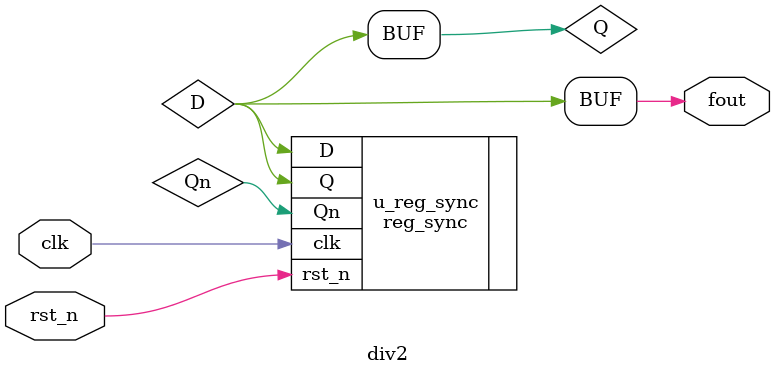
<source format=v>
`timescale  1ns / 1ps

module div2 (
    input clk,
    input rst_n,

    output fout
);

// reg_sync Parametersnc.v
parameter WIDTH      = 1;
parameter RST_VALUE  = 0;

// // reg_sync Inputs
// reg   clk;
// reg   rst_n;
wire  [WIDTH-1:0]  D;

// reg_sync Outputs
wire  [WIDTH-1:0]  Q;
wire  [WIDTH-1:0]  Qn;

assign D = Q;
assign fout = Q;

reg_sync #(
    .WIDTH     ( WIDTH ),
    .RST_VALUE ( RST_VALUE ))
 u_reg_sync (
    .clk                     ( clk     ),
    .rst_n                   ( rst_n   ),
    .D                       ( D       ),

    .Q                       ( Q       ),
    .Qn                      ( Qn      )
);
    
endmodule
</source>
